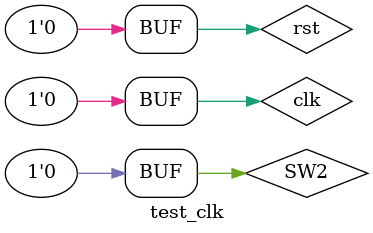
<source format=v>
`timescale 1ns / 1ps


module test_clk;

	// Inputs
	reg clk;
	reg rst;
	reg SW2;

	// Outputs
	wire [31:0] clkdiv;
	wire Clk_CPU;
	wire [10:0] num;

	// Instantiate the Unit Under Test (UUT)
	clk_div uut (
		.clk(clk), 
		.rst(rst), 
		.SW2(SW2), 
		.clkdiv(clkdiv), 
		.Clk_CPU(Clk_CPU), 
		.num(num)
	);

	initial begin
		// Initialize Inputs
		clk = 0;
		rst = 0;
		SW2 = 0;

		// Wait 100 ns for global reset to finish
		#5;
      clk = 1;
		#5;
		clk = 0;#5;
      clk = 1;
		#5;
		clk = 0;#5;
      clk = 1;
		#5;
		clk = 0;#5;
      clk = 1;
		#5;
		clk = 0;#5;
      clk = 1;
		#5;
		clk = 0;#5;
      clk = 1;
		#5;
		clk = 0;#5;
      clk = 1;
		#5;
		clk = 0;#5;
      clk = 1;
		#5;
		clk = 0;#5;
      clk = 1;
		#5;
		clk = 0;#5;
      clk = 1;
		#5;
		clk = 0;#5;
      clk = 1;
		#5;
		clk = 0;#5;
      clk = 1;
		#5;
		clk = 0;#5;
      clk = 1;
		#5;
		clk = 0;#5;
      clk = 1;
		#5;
		clk = 0;#5;
      clk = 1;
		#5;
		clk = 0;#5;
      clk = 1;
		#5;
		clk = 0;#5;
      clk = 1;
		#5;
		clk = 0;#5;
      clk = 1;
		#5;
		clk = 0;#5;
      clk = 1;
		#5;
		clk = 0;#5;
      clk = 1;
		#5;
		clk = 0;#5;
      clk = 1;
		#5;
		clk = 0;#5;
      clk = 1;
		#5;
		clk = 0;#5;
      clk = 1;
		#5;
		clk = 0;#5;
      clk = 1;
		#5;
		clk = 0;#5;
      clk = 1;
		#5;
		clk = 0;#5;
      clk = 1;
		#5;
		clk = 0;#5;
      clk = 1;
		#5;
		clk = 0;#5;
      clk = 1;
		#5;
		clk = 0;#5;
      clk = 1;
		#5;
		clk = 0;#5;
      clk = 1;
		#5;
		clk = 0;#5;
      clk = 1;
		#5;
		clk = 0;#5;
      clk = 1;
		#5;
		clk = 0;#5;
      clk = 1;
		#5;
		clk = 0;#5;
      clk = 1;
		#5;
		clk = 0;#5;
      clk = 1;
		#5;
		clk = 0;#5;
      clk = 1;
		#5;
		clk = 0;#5;
      clk = 1;
		#5;
		clk = 0;#5;
      clk = 1;
		#5;
		clk = 0;#5;
      clk = 1;
		#5;
		clk = 0;#5;
      clk = 1;
		#5;
		clk = 0;#5;
      clk = 1;
		#5;
		clk = 0;#5;
      clk = 1;
		#5;
		clk = 0;#5;
      clk = 1;
		#5;
		clk = 0;
        
		// Add stimulus here

	end
      
endmodule


</source>
